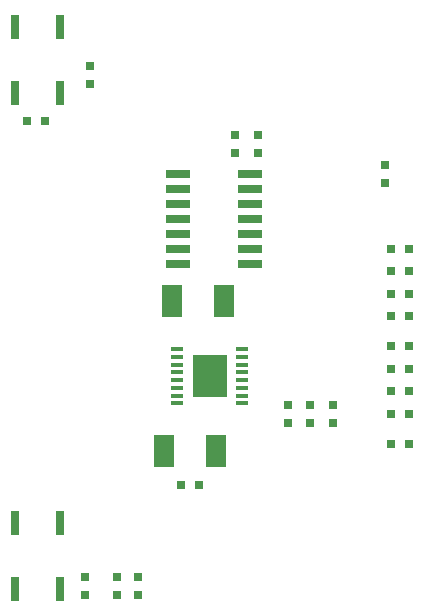
<source format=gtp>
G75*
G70*
%OFA0B0*%
%FSLAX24Y24*%
%IPPOS*%
%LPD*%
%AMOC8*
5,1,8,0,0,1.08239X$1,22.5*
%
%ADD10R,0.0300X0.0300*%
%ADD11R,0.0300X0.0800*%
%ADD12R,0.0413X0.0177*%
%ADD13R,0.1157X0.1409*%
%ADD14R,0.0709X0.1063*%
%ADD15R,0.0800X0.0260*%
D10*
X003430Y001130D03*
X003430Y001730D03*
X004480Y001730D03*
X004480Y001130D03*
X005180Y001130D03*
X005180Y001730D03*
X006630Y004805D03*
X007230Y004805D03*
X010180Y006880D03*
X010180Y007480D03*
X010930Y007480D03*
X010930Y006880D03*
X011680Y006880D03*
X011680Y007480D03*
X013630Y007180D03*
X014230Y007180D03*
X014230Y007930D03*
X013630Y007930D03*
X013630Y008680D03*
X014230Y008680D03*
X014230Y009430D03*
X013630Y009430D03*
X013630Y010430D03*
X014230Y010430D03*
X014230Y011180D03*
X013630Y011180D03*
X013630Y011930D03*
X014230Y011930D03*
X014230Y012680D03*
X013630Y012680D03*
X013430Y014880D03*
X013430Y015480D03*
X009180Y015880D03*
X009180Y016480D03*
X008430Y016480D03*
X008430Y015880D03*
X003580Y018180D03*
X003580Y018780D03*
X002080Y016930D03*
X001480Y016930D03*
X013630Y006180D03*
X014230Y006180D03*
D11*
X001080Y001330D03*
X002580Y001330D03*
X002580Y003530D03*
X001080Y003530D03*
X001080Y017880D03*
X002580Y017880D03*
X002580Y020080D03*
X001080Y020080D03*
D12*
X006490Y009326D03*
X006490Y009070D03*
X006490Y008814D03*
X006490Y008558D03*
X006490Y008302D03*
X006490Y008046D03*
X006490Y007790D03*
X006490Y007534D03*
X008670Y007534D03*
X008670Y007790D03*
X008670Y008046D03*
X008670Y008302D03*
X008670Y008558D03*
X008670Y008814D03*
X008670Y009070D03*
X008670Y009326D03*
D13*
X007580Y008430D03*
D14*
X007796Y005930D03*
X006064Y005930D03*
X006314Y010930D03*
X008046Y010930D03*
D15*
X008940Y012180D03*
X008940Y012680D03*
X008940Y013180D03*
X008940Y013680D03*
X008940Y014180D03*
X008940Y014680D03*
X008940Y015180D03*
X006520Y015180D03*
X006520Y014680D03*
X006520Y014180D03*
X006520Y013680D03*
X006520Y013180D03*
X006520Y012680D03*
X006520Y012180D03*
M02*

</source>
